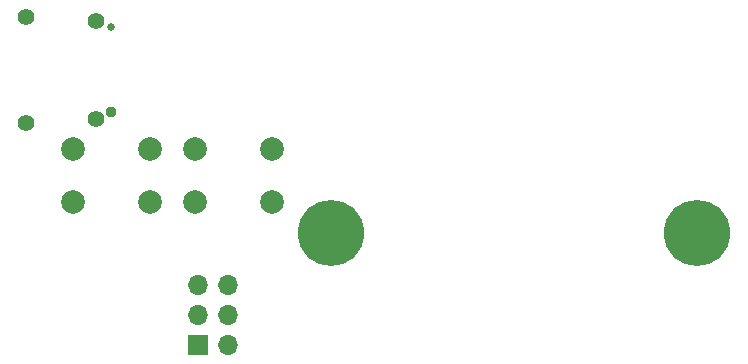
<source format=gbr>
%TF.GenerationSoftware,KiCad,Pcbnew,(6.0.0)*%
%TF.CreationDate,2022-11-26T21:53:32+02:00*%
%TF.ProjectId,mood,6d6f6f64-2e6b-4696-9361-645f70636258,rev?*%
%TF.SameCoordinates,Original*%
%TF.FileFunction,Soldermask,Bot*%
%TF.FilePolarity,Negative*%
%FSLAX46Y46*%
G04 Gerber Fmt 4.6, Leading zero omitted, Abs format (unit mm)*
G04 Created by KiCad (PCBNEW (6.0.0)) date 2022-11-26 21:53:32*
%MOMM*%
%LPD*%
G01*
G04 APERTURE LIST*
%ADD10C,0.650000*%
%ADD11C,0.950000*%
%ADD12C,1.400000*%
%ADD13C,5.600000*%
%ADD14C,2.000000*%
%ADD15R,1.700000X1.700000*%
%ADD16O,1.700000X1.700000*%
G04 APERTURE END LIST*
D10*
%TO.C,J2*%
X115460000Y-92100000D03*
D11*
X115460000Y-99300000D03*
D12*
X108260000Y-91210000D03*
X114210000Y-91570000D03*
X114210000Y-99830000D03*
X108260000Y-100190000D03*
%TD*%
D13*
%TO.C,H2*%
X134100000Y-109500000D03*
%TD*%
D14*
%TO.C,SW2*%
X122600000Y-106900000D03*
X129100000Y-106900000D03*
X129100000Y-102400000D03*
X122600000Y-102400000D03*
%TD*%
%TO.C,SW1*%
X112250000Y-102400000D03*
X118750000Y-102400000D03*
X112250000Y-106900000D03*
X118750000Y-106900000D03*
%TD*%
D13*
%TO.C,H1*%
X165100000Y-109500000D03*
%TD*%
D15*
%TO.C,J1*%
X122825000Y-119025000D03*
D16*
X125365000Y-119025000D03*
X122825000Y-116485000D03*
X125365000Y-116485000D03*
X122825000Y-113945000D03*
X125365000Y-113945000D03*
%TD*%
M02*

</source>
